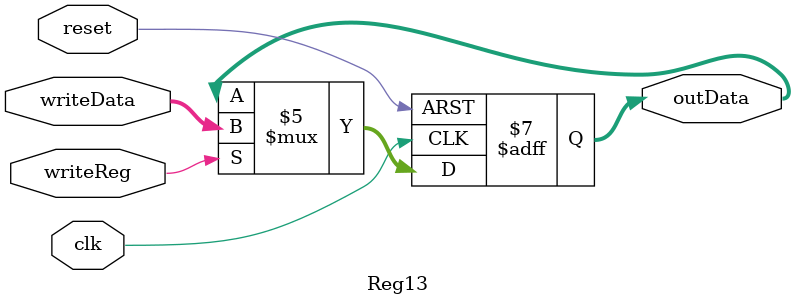
<source format=v>
`timescale 1ns / 1ps
module Reg13(input[12:0] writeData, input writeReg, input clk, input reset, output reg[12:0] outData);

	always@(posedge clk or posedge reset)
	if (reset == 1'b1)
		outData = 16'd0;
	else if (writeReg == 1'b1)
		outData = writeData;
	else
		outData = outData;

endmodule

</source>
